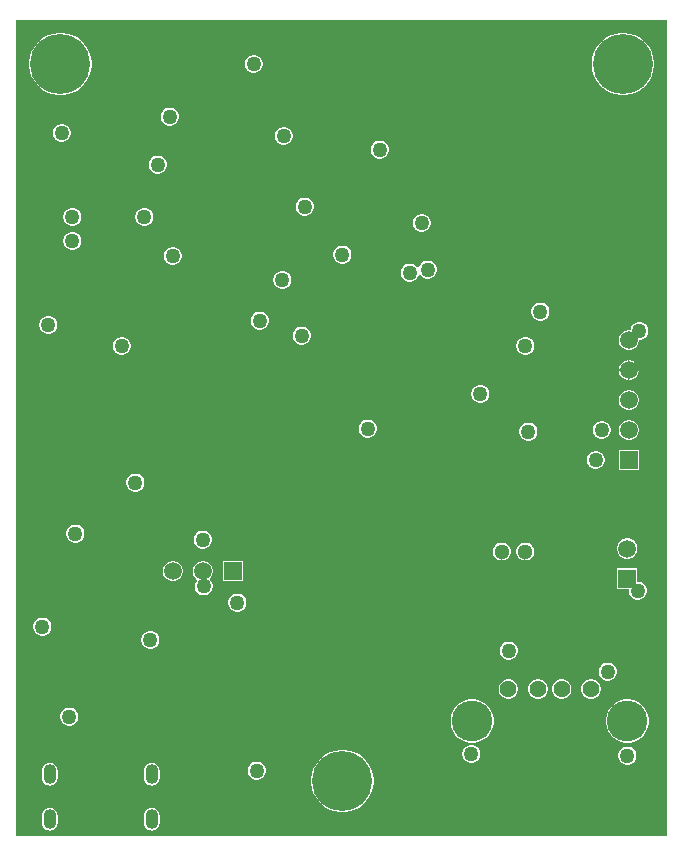
<source format=gbr>
G04*
G04 #@! TF.GenerationSoftware,Altium Limited,Altium Designer,25.2.1 (25)*
G04*
G04 Layer_Physical_Order=2*
G04 Layer_Color=36540*
%FSLAX25Y25*%
%MOIN*%
G70*
G04*
G04 #@! TF.SameCoordinates,CDFB58AD-87DA-4B59-9970-4E5CFD4F10CE*
G04*
G04*
G04 #@! TF.FilePolarity,Positive*
G04*
G01*
G75*
G04:AMPARAMS|DCode=60|XSize=43.31mil|YSize=66.93mil|CornerRadius=21.65mil|HoleSize=0mil|Usage=FLASHONLY|Rotation=0.000|XOffset=0mil|YOffset=0mil|HoleType=Round|Shape=RoundedRectangle|*
%AMROUNDEDRECTD60*
21,1,0.04331,0.02362,0,0,0.0*
21,1,0.00000,0.06693,0,0,0.0*
1,1,0.04331,0.00000,-0.01181*
1,1,0.04331,0.00000,-0.01181*
1,1,0.04331,0.00000,0.01181*
1,1,0.04331,0.00000,0.01181*
%
%ADD60ROUNDEDRECTD60*%
%ADD70R,0.05906X0.05906*%
%ADD71C,0.05906*%
%ADD72C,0.13583*%
%ADD73C,0.05634*%
%ADD74C,0.20000*%
%ADD75R,0.05906X0.05906*%
%ADD76C,0.05118*%
%ADD77C,0.05000*%
G36*
X699199Y108155D02*
X698845Y107801D01*
X696929Y107801D01*
X696929Y107801D01*
X695929Y107801D01*
X695929Y107801D01*
X482301Y107801D01*
X482301Y379699D01*
X699199Y379699D01*
X699199Y108155D01*
D02*
G37*
%LPC*%
G36*
X561895Y368000D02*
X561105D01*
X560342Y367796D01*
X559658Y367401D01*
X559099Y366842D01*
X558704Y366158D01*
X558500Y365395D01*
Y364605D01*
X558704Y363842D01*
X559099Y363158D01*
X559658Y362599D01*
X560342Y362204D01*
X561105Y362000D01*
X561895D01*
X562658Y362204D01*
X563342Y362599D01*
X563901Y363158D01*
X564296Y363842D01*
X564500Y364605D01*
Y365395D01*
X564296Y366158D01*
X563901Y366842D01*
X563342Y367401D01*
X562658Y367796D01*
X561895Y368000D01*
D02*
G37*
G36*
X685319Y375400D02*
X683681D01*
X682065Y375144D01*
X680508Y374638D01*
X679049Y373895D01*
X677725Y372933D01*
X676567Y371775D01*
X675605Y370451D01*
X674862Y368992D01*
X674356Y367435D01*
X674100Y365819D01*
Y364181D01*
X674356Y362565D01*
X674862Y361008D01*
X675605Y359549D01*
X676567Y358225D01*
X677725Y357067D01*
X679049Y356105D01*
X680508Y355362D01*
X682065Y354856D01*
X683681Y354600D01*
X685319D01*
X686935Y354856D01*
X688492Y355362D01*
X689951Y356105D01*
X691275Y357067D01*
X692433Y358225D01*
X693395Y359549D01*
X694138Y361008D01*
X694644Y362565D01*
X694900Y364181D01*
Y365819D01*
X694644Y367435D01*
X694138Y368992D01*
X693395Y370451D01*
X692433Y371775D01*
X691275Y372933D01*
X689951Y373895D01*
X688492Y374638D01*
X686935Y375144D01*
X685319Y375400D01*
D02*
G37*
G36*
X497819D02*
X496181D01*
X494565Y375144D01*
X493008Y374638D01*
X491549Y373895D01*
X490225Y372933D01*
X489067Y371775D01*
X488105Y370451D01*
X487362Y368992D01*
X486856Y367435D01*
X486600Y365819D01*
Y364181D01*
X486856Y362565D01*
X487362Y361008D01*
X488105Y359549D01*
X489067Y358225D01*
X490225Y357067D01*
X491549Y356105D01*
X493008Y355362D01*
X494565Y354856D01*
X496181Y354600D01*
X497819D01*
X499435Y354856D01*
X500992Y355362D01*
X502451Y356105D01*
X503775Y357067D01*
X504933Y358225D01*
X505895Y359549D01*
X506638Y361008D01*
X507144Y362565D01*
X507400Y364181D01*
Y365819D01*
X507144Y367435D01*
X506638Y368992D01*
X505895Y370451D01*
X504933Y371775D01*
X503775Y372933D01*
X502451Y373895D01*
X500992Y374638D01*
X499435Y375144D01*
X497819Y375400D01*
D02*
G37*
G36*
X533895Y350500D02*
X533105D01*
X532342Y350296D01*
X531658Y349901D01*
X531099Y349342D01*
X530704Y348658D01*
X530500Y347895D01*
Y347105D01*
X530704Y346342D01*
X531099Y345658D01*
X531658Y345099D01*
X532342Y344704D01*
X533105Y344500D01*
X533895D01*
X534658Y344704D01*
X535342Y345099D01*
X535901Y345658D01*
X536296Y346342D01*
X536500Y347105D01*
Y347895D01*
X536296Y348658D01*
X535901Y349342D01*
X535342Y349901D01*
X534658Y350296D01*
X533895Y350500D01*
D02*
G37*
G36*
X497895Y345000D02*
X497105D01*
X496342Y344796D01*
X495658Y344401D01*
X495099Y343842D01*
X494704Y343158D01*
X494500Y342395D01*
Y341605D01*
X494704Y340842D01*
X495099Y340158D01*
X495658Y339599D01*
X496342Y339204D01*
X497105Y339000D01*
X497895D01*
X498658Y339204D01*
X499342Y339599D01*
X499901Y340158D01*
X500296Y340842D01*
X500500Y341605D01*
Y342395D01*
X500296Y343158D01*
X499901Y343842D01*
X499342Y344401D01*
X498658Y344796D01*
X497895Y345000D01*
D02*
G37*
G36*
X571895Y344000D02*
X571105D01*
X570342Y343796D01*
X569658Y343401D01*
X569099Y342842D01*
X568704Y342158D01*
X568500Y341395D01*
Y340605D01*
X568704Y339842D01*
X569099Y339158D01*
X569658Y338599D01*
X570342Y338204D01*
X571105Y338000D01*
X571895D01*
X572658Y338204D01*
X573342Y338599D01*
X573901Y339158D01*
X574296Y339842D01*
X574500Y340605D01*
Y341395D01*
X574296Y342158D01*
X573901Y342842D01*
X573342Y343401D01*
X572658Y343796D01*
X571895Y344000D01*
D02*
G37*
G36*
X603895Y339500D02*
X603105D01*
X602342Y339296D01*
X601658Y338901D01*
X601099Y338342D01*
X600704Y337658D01*
X600500Y336895D01*
Y336105D01*
X600704Y335342D01*
X601099Y334658D01*
X601658Y334099D01*
X602342Y333704D01*
X603105Y333500D01*
X603895D01*
X604658Y333704D01*
X605342Y334099D01*
X605901Y334658D01*
X606296Y335342D01*
X606500Y336105D01*
Y336895D01*
X606296Y337658D01*
X605901Y338342D01*
X605342Y338901D01*
X604658Y339296D01*
X603895Y339500D01*
D02*
G37*
G36*
X529895Y334500D02*
X529105D01*
X528342Y334296D01*
X527658Y333901D01*
X527099Y333342D01*
X526704Y332658D01*
X526500Y331895D01*
Y331105D01*
X526704Y330342D01*
X527099Y329658D01*
X527658Y329099D01*
X528342Y328704D01*
X529105Y328500D01*
X529895D01*
X530658Y328704D01*
X531342Y329099D01*
X531901Y329658D01*
X532296Y330342D01*
X532500Y331105D01*
Y331895D01*
X532296Y332658D01*
X531901Y333342D01*
X531342Y333901D01*
X530658Y334296D01*
X529895Y334500D01*
D02*
G37*
G36*
X578895Y320500D02*
X578105D01*
X577342Y320296D01*
X576658Y319901D01*
X576099Y319342D01*
X575704Y318658D01*
X575500Y317895D01*
Y317105D01*
X575704Y316342D01*
X576099Y315658D01*
X576658Y315099D01*
X577342Y314704D01*
X578105Y314500D01*
X578895D01*
X579658Y314704D01*
X580342Y315099D01*
X580901Y315658D01*
X581296Y316342D01*
X581500Y317105D01*
Y317895D01*
X581296Y318658D01*
X580901Y319342D01*
X580342Y319901D01*
X579658Y320296D01*
X578895Y320500D01*
D02*
G37*
G36*
X525395Y317000D02*
X524605D01*
X523842Y316796D01*
X523158Y316401D01*
X522599Y315842D01*
X522204Y315158D01*
X522000Y314395D01*
Y313605D01*
X522204Y312842D01*
X522599Y312158D01*
X523158Y311599D01*
X523842Y311204D01*
X524605Y311000D01*
X525395D01*
X526158Y311204D01*
X526842Y311599D01*
X527401Y312158D01*
X527796Y312842D01*
X528000Y313605D01*
Y314395D01*
X527796Y315158D01*
X527401Y315842D01*
X526842Y316401D01*
X526158Y316796D01*
X525395Y317000D01*
D02*
G37*
G36*
X501395D02*
X500605D01*
X499842Y316796D01*
X499158Y316401D01*
X498599Y315842D01*
X498204Y315158D01*
X498000Y314395D01*
Y313605D01*
X498204Y312842D01*
X498599Y312158D01*
X499158Y311599D01*
X499842Y311204D01*
X500605Y311000D01*
X501395D01*
X502158Y311204D01*
X502842Y311599D01*
X503401Y312158D01*
X503796Y312842D01*
X504000Y313605D01*
Y314395D01*
X503796Y315158D01*
X503401Y315842D01*
X502842Y316401D01*
X502158Y316796D01*
X501395Y317000D01*
D02*
G37*
G36*
X617895Y315000D02*
X617105D01*
X616342Y314796D01*
X615658Y314401D01*
X615099Y313842D01*
X614704Y313158D01*
X614500Y312395D01*
Y311605D01*
X614704Y310842D01*
X615099Y310158D01*
X615658Y309599D01*
X616342Y309204D01*
X617105Y309000D01*
X617895D01*
X618658Y309204D01*
X619342Y309599D01*
X619901Y310158D01*
X620296Y310842D01*
X620500Y311605D01*
Y312395D01*
X620296Y313158D01*
X619901Y313842D01*
X619342Y314401D01*
X618658Y314796D01*
X617895Y315000D01*
D02*
G37*
G36*
X501395Y309000D02*
X500605D01*
X499842Y308796D01*
X499158Y308401D01*
X498599Y307842D01*
X498204Y307158D01*
X498000Y306395D01*
Y305605D01*
X498204Y304842D01*
X498599Y304158D01*
X499158Y303599D01*
X499842Y303204D01*
X500605Y303000D01*
X501395D01*
X502158Y303204D01*
X502842Y303599D01*
X503401Y304158D01*
X503796Y304842D01*
X504000Y305605D01*
Y306395D01*
X503796Y307158D01*
X503401Y307842D01*
X502842Y308401D01*
X502158Y308796D01*
X501395Y309000D01*
D02*
G37*
G36*
X591395Y304500D02*
X590605D01*
X589842Y304296D01*
X589158Y303901D01*
X588599Y303342D01*
X588204Y302658D01*
X588000Y301895D01*
Y301105D01*
X588204Y300342D01*
X588599Y299658D01*
X589158Y299099D01*
X589842Y298704D01*
X590605Y298500D01*
X591395D01*
X592158Y298704D01*
X592842Y299099D01*
X593401Y299658D01*
X593796Y300342D01*
X594000Y301105D01*
Y301895D01*
X593796Y302658D01*
X593401Y303342D01*
X592842Y303901D01*
X592158Y304296D01*
X591395Y304500D01*
D02*
G37*
G36*
X534895Y304000D02*
X534105D01*
X533342Y303796D01*
X532658Y303401D01*
X532099Y302842D01*
X531704Y302158D01*
X531500Y301395D01*
Y300605D01*
X531704Y299842D01*
X532099Y299158D01*
X532658Y298599D01*
X533342Y298204D01*
X534105Y298000D01*
X534895D01*
X535658Y298204D01*
X536342Y298599D01*
X536901Y299158D01*
X537296Y299842D01*
X537500Y300605D01*
Y301395D01*
X537296Y302158D01*
X536901Y302842D01*
X536342Y303401D01*
X535658Y303796D01*
X534895Y304000D01*
D02*
G37*
G36*
X619895Y299500D02*
X619105D01*
X618342Y299296D01*
X617658Y298901D01*
X617099Y298342D01*
X616704Y297658D01*
X616575Y297174D01*
X616038Y297104D01*
X615901Y297342D01*
X615342Y297901D01*
X614658Y298296D01*
X613895Y298500D01*
X613105D01*
X612342Y298296D01*
X611658Y297901D01*
X611099Y297342D01*
X610704Y296658D01*
X610500Y295895D01*
Y295105D01*
X610704Y294342D01*
X611099Y293658D01*
X611658Y293099D01*
X612342Y292704D01*
X613105Y292500D01*
X613895D01*
X614658Y292704D01*
X615342Y293099D01*
X615901Y293658D01*
X616296Y294342D01*
X616425Y294826D01*
X616962Y294896D01*
X617099Y294658D01*
X617658Y294099D01*
X618342Y293704D01*
X619105Y293500D01*
X619895D01*
X620658Y293704D01*
X621342Y294099D01*
X621901Y294658D01*
X622296Y295342D01*
X622500Y296105D01*
Y296895D01*
X622296Y297658D01*
X621901Y298342D01*
X621342Y298901D01*
X620658Y299296D01*
X619895Y299500D01*
D02*
G37*
G36*
X571395Y296000D02*
X570605D01*
X569842Y295796D01*
X569158Y295401D01*
X568599Y294842D01*
X568204Y294158D01*
X568000Y293395D01*
Y292605D01*
X568204Y291842D01*
X568599Y291158D01*
X569158Y290599D01*
X569842Y290204D01*
X570605Y290000D01*
X571395D01*
X572158Y290204D01*
X572842Y290599D01*
X573401Y291158D01*
X573796Y291842D01*
X574000Y292605D01*
Y293395D01*
X573796Y294158D01*
X573401Y294842D01*
X572842Y295401D01*
X572158Y295796D01*
X571395Y296000D01*
D02*
G37*
G36*
X657395Y285500D02*
X656605D01*
X655842Y285296D01*
X655158Y284901D01*
X654599Y284342D01*
X654204Y283658D01*
X654000Y282895D01*
Y282105D01*
X654204Y281342D01*
X654599Y280658D01*
X655158Y280099D01*
X655842Y279704D01*
X656605Y279500D01*
X657395D01*
X658158Y279704D01*
X658842Y280099D01*
X659401Y280658D01*
X659796Y281342D01*
X660000Y282105D01*
Y282895D01*
X659796Y283658D01*
X659401Y284342D01*
X658842Y284901D01*
X658158Y285296D01*
X657395Y285500D01*
D02*
G37*
G36*
X563895Y282500D02*
X563105D01*
X562342Y282296D01*
X561658Y281901D01*
X561099Y281342D01*
X560704Y280658D01*
X560500Y279895D01*
Y279105D01*
X560704Y278342D01*
X561099Y277658D01*
X561658Y277099D01*
X562342Y276704D01*
X563105Y276500D01*
X563895D01*
X564658Y276704D01*
X565342Y277099D01*
X565901Y277658D01*
X566296Y278342D01*
X566500Y279105D01*
Y279895D01*
X566296Y280658D01*
X565901Y281342D01*
X565342Y281901D01*
X564658Y282296D01*
X563895Y282500D01*
D02*
G37*
G36*
X493395Y281000D02*
X492605D01*
X491842Y280796D01*
X491158Y280401D01*
X490599Y279842D01*
X490204Y279158D01*
X490000Y278395D01*
Y277605D01*
X490204Y276842D01*
X490599Y276158D01*
X491158Y275599D01*
X491842Y275204D01*
X492605Y275000D01*
X493395D01*
X494158Y275204D01*
X494842Y275599D01*
X495401Y276158D01*
X495796Y276842D01*
X496000Y277605D01*
Y278395D01*
X495796Y279158D01*
X495401Y279842D01*
X494842Y280401D01*
X494158Y280796D01*
X493395Y281000D01*
D02*
G37*
G36*
X577895Y277500D02*
X577105D01*
X576342Y277296D01*
X575658Y276901D01*
X575099Y276342D01*
X574704Y275658D01*
X574500Y274895D01*
Y274105D01*
X574704Y273342D01*
X575099Y272658D01*
X575658Y272099D01*
X576342Y271704D01*
X577105Y271500D01*
X577895D01*
X578658Y271704D01*
X579342Y272099D01*
X579901Y272658D01*
X580296Y273342D01*
X580500Y274105D01*
Y274895D01*
X580296Y275658D01*
X579901Y276342D01*
X579342Y276901D01*
X578658Y277296D01*
X577895Y277500D01*
D02*
G37*
G36*
X690395Y279000D02*
X689605D01*
X688842Y278796D01*
X688158Y278401D01*
X687599Y277842D01*
X687204Y277158D01*
X687115Y276824D01*
X686941Y276353D01*
X686059D01*
X685206Y276124D01*
X684441Y275683D01*
X683817Y275059D01*
X683376Y274294D01*
X683147Y273441D01*
Y272559D01*
X683376Y271706D01*
X683817Y270941D01*
X684441Y270317D01*
X685206Y269876D01*
X686059Y269647D01*
X686941D01*
X687794Y269876D01*
X688559Y270317D01*
X689183Y270941D01*
X689624Y271706D01*
X689853Y272559D01*
Y273000D01*
X690395D01*
X691158Y273204D01*
X691842Y273599D01*
X692401Y274158D01*
X692796Y274842D01*
X693000Y275605D01*
Y276395D01*
X692796Y277158D01*
X692401Y277842D01*
X691842Y278401D01*
X691158Y278796D01*
X690395Y279000D01*
D02*
G37*
G36*
X652395Y274000D02*
X651605D01*
X650842Y273796D01*
X650158Y273401D01*
X649599Y272842D01*
X649204Y272158D01*
X649000Y271395D01*
Y270605D01*
X649204Y269842D01*
X649599Y269158D01*
X650158Y268599D01*
X650842Y268204D01*
X651605Y268000D01*
X652395D01*
X653158Y268204D01*
X653842Y268599D01*
X654401Y269158D01*
X654796Y269842D01*
X655000Y270605D01*
Y271395D01*
X654796Y272158D01*
X654401Y272842D01*
X653842Y273401D01*
X653158Y273796D01*
X652395Y274000D01*
D02*
G37*
G36*
X517895D02*
X517105D01*
X516342Y273796D01*
X515658Y273401D01*
X515099Y272842D01*
X514704Y272158D01*
X514500Y271395D01*
Y270605D01*
X514704Y269842D01*
X515099Y269158D01*
X515658Y268599D01*
X516342Y268204D01*
X517105Y268000D01*
X517895D01*
X518658Y268204D01*
X519342Y268599D01*
X519901Y269158D01*
X520296Y269842D01*
X520500Y270605D01*
Y271395D01*
X520296Y272158D01*
X519901Y272842D01*
X519342Y273401D01*
X518658Y273796D01*
X517895Y274000D01*
D02*
G37*
G36*
X686941Y266353D02*
X686700D01*
Y263200D01*
X689853D01*
Y263441D01*
X689624Y264294D01*
X689183Y265059D01*
X688559Y265683D01*
X687794Y266124D01*
X686941Y266353D01*
D02*
G37*
G36*
X686300D02*
X686059D01*
X685206Y266124D01*
X684441Y265683D01*
X683817Y265059D01*
X683376Y264294D01*
X683147Y263441D01*
Y263200D01*
X686300D01*
Y266353D01*
D02*
G37*
G36*
X689853Y262800D02*
X686700D01*
Y259647D01*
X686941D01*
X687794Y259876D01*
X688559Y260317D01*
X689183Y260941D01*
X689624Y261706D01*
X689853Y262559D01*
Y262800D01*
D02*
G37*
G36*
X686300D02*
X683147D01*
Y262559D01*
X683376Y261706D01*
X683817Y260941D01*
X684441Y260317D01*
X685206Y259876D01*
X686059Y259647D01*
X686300D01*
Y262800D01*
D02*
G37*
G36*
X637395Y258000D02*
X636605D01*
X635842Y257796D01*
X635158Y257401D01*
X634599Y256842D01*
X634204Y256158D01*
X634000Y255395D01*
Y254605D01*
X634204Y253842D01*
X634599Y253158D01*
X635158Y252599D01*
X635842Y252204D01*
X636605Y252000D01*
X637395D01*
X638158Y252204D01*
X638842Y252599D01*
X639401Y253158D01*
X639796Y253842D01*
X640000Y254605D01*
Y255395D01*
X639796Y256158D01*
X639401Y256842D01*
X638842Y257401D01*
X638158Y257796D01*
X637395Y258000D01*
D02*
G37*
G36*
X686941Y256353D02*
X686059D01*
X685206Y256124D01*
X684441Y255683D01*
X683817Y255059D01*
X683376Y254294D01*
X683147Y253441D01*
Y252559D01*
X683376Y251706D01*
X683817Y250941D01*
X684441Y250317D01*
X685206Y249876D01*
X686059Y249647D01*
X686941D01*
X687794Y249876D01*
X688559Y250317D01*
X689183Y250941D01*
X689624Y251706D01*
X689853Y252559D01*
Y253441D01*
X689624Y254294D01*
X689183Y255059D01*
X688559Y255683D01*
X687794Y256124D01*
X686941Y256353D01*
D02*
G37*
G36*
X599895Y246500D02*
X599105D01*
X598342Y246296D01*
X597658Y245901D01*
X597099Y245342D01*
X596704Y244658D01*
X596500Y243895D01*
Y243105D01*
X596704Y242342D01*
X597099Y241658D01*
X597658Y241099D01*
X598342Y240704D01*
X599105Y240500D01*
X599895D01*
X600658Y240704D01*
X601342Y241099D01*
X601901Y241658D01*
X602296Y242342D01*
X602500Y243105D01*
Y243895D01*
X602296Y244658D01*
X601901Y245342D01*
X601342Y245901D01*
X600658Y246296D01*
X599895Y246500D01*
D02*
G37*
G36*
X677895Y246000D02*
X677105D01*
X676342Y245796D01*
X675658Y245401D01*
X675099Y244842D01*
X674704Y244158D01*
X674500Y243395D01*
Y242605D01*
X674704Y241842D01*
X675099Y241158D01*
X675658Y240599D01*
X676342Y240204D01*
X677105Y240000D01*
X677895D01*
X678658Y240204D01*
X679342Y240599D01*
X679901Y241158D01*
X680296Y241842D01*
X680500Y242605D01*
Y243395D01*
X680296Y244158D01*
X679901Y244842D01*
X679342Y245401D01*
X678658Y245796D01*
X677895Y246000D01*
D02*
G37*
G36*
X686941Y246353D02*
X686059D01*
X685206Y246124D01*
X684441Y245683D01*
X683817Y245059D01*
X683376Y244294D01*
X683147Y243441D01*
Y242559D01*
X683376Y241706D01*
X683817Y240941D01*
X684441Y240317D01*
X685206Y239876D01*
X686059Y239647D01*
X686941D01*
X687794Y239876D01*
X688559Y240317D01*
X689183Y240941D01*
X689624Y241706D01*
X689853Y242559D01*
Y243441D01*
X689624Y244294D01*
X689183Y245059D01*
X688559Y245683D01*
X687794Y246124D01*
X686941Y246353D01*
D02*
G37*
G36*
X653395Y245500D02*
X652605D01*
X651842Y245296D01*
X651158Y244901D01*
X650599Y244342D01*
X650204Y243658D01*
X650000Y242895D01*
Y242105D01*
X650204Y241342D01*
X650599Y240658D01*
X651158Y240099D01*
X651842Y239704D01*
X652605Y239500D01*
X653395D01*
X654158Y239704D01*
X654842Y240099D01*
X655401Y240658D01*
X655796Y241342D01*
X656000Y242105D01*
Y242895D01*
X655796Y243658D01*
X655401Y244342D01*
X654842Y244901D01*
X654158Y245296D01*
X653395Y245500D01*
D02*
G37*
G36*
X675895Y236000D02*
X675105D01*
X674342Y235796D01*
X673658Y235401D01*
X673099Y234842D01*
X672704Y234158D01*
X672500Y233395D01*
Y232605D01*
X672704Y231842D01*
X673099Y231158D01*
X673658Y230599D01*
X674342Y230204D01*
X675105Y230000D01*
X675895D01*
X676658Y230204D01*
X677342Y230599D01*
X677901Y231158D01*
X678296Y231842D01*
X678500Y232605D01*
Y233395D01*
X678296Y234158D01*
X677901Y234842D01*
X677342Y235401D01*
X676658Y235796D01*
X675895Y236000D01*
D02*
G37*
G36*
X689853Y236353D02*
X683147D01*
Y229647D01*
X689853D01*
Y236353D01*
D02*
G37*
G36*
X522395Y228500D02*
X521605D01*
X520842Y228296D01*
X520158Y227901D01*
X519599Y227342D01*
X519204Y226658D01*
X519000Y225895D01*
Y225105D01*
X519204Y224342D01*
X519599Y223658D01*
X520158Y223099D01*
X520842Y222704D01*
X521605Y222500D01*
X522395D01*
X523158Y222704D01*
X523842Y223099D01*
X524401Y223658D01*
X524796Y224342D01*
X525000Y225105D01*
Y225895D01*
X524796Y226658D01*
X524401Y227342D01*
X523842Y227901D01*
X523158Y228296D01*
X522395Y228500D01*
D02*
G37*
G36*
X502395Y211500D02*
X501605D01*
X500842Y211296D01*
X500158Y210901D01*
X499599Y210342D01*
X499204Y209658D01*
X499000Y208895D01*
Y208105D01*
X499204Y207342D01*
X499599Y206658D01*
X500158Y206099D01*
X500842Y205704D01*
X501605Y205500D01*
X502395D01*
X503158Y205704D01*
X503842Y206099D01*
X504401Y206658D01*
X504796Y207342D01*
X505000Y208105D01*
Y208895D01*
X504796Y209658D01*
X504401Y210342D01*
X503842Y210901D01*
X503158Y211296D01*
X502395Y211500D01*
D02*
G37*
G36*
X544895Y209500D02*
X544105D01*
X543342Y209296D01*
X542658Y208901D01*
X542099Y208342D01*
X541704Y207658D01*
X541500Y206895D01*
Y206105D01*
X541704Y205342D01*
X542099Y204658D01*
X542658Y204099D01*
X543342Y203704D01*
X544105Y203500D01*
X544895D01*
X545658Y203704D01*
X546342Y204099D01*
X546901Y204658D01*
X547296Y205342D01*
X547500Y206105D01*
Y206895D01*
X547296Y207658D01*
X546901Y208342D01*
X546342Y208901D01*
X545658Y209296D01*
X544895Y209500D01*
D02*
G37*
G36*
X686441Y206853D02*
X685559D01*
X684706Y206624D01*
X683941Y206183D01*
X683317Y205559D01*
X682876Y204794D01*
X682647Y203941D01*
Y203059D01*
X682876Y202206D01*
X683317Y201441D01*
X683941Y200817D01*
X684706Y200376D01*
X685559Y200147D01*
X686441D01*
X687294Y200376D01*
X688059Y200817D01*
X688683Y201441D01*
X689124Y202206D01*
X689353Y203059D01*
Y203941D01*
X689124Y204794D01*
X688683Y205559D01*
X688059Y206183D01*
X687294Y206624D01*
X686441Y206853D01*
D02*
G37*
G36*
X652390Y205459D02*
X651610D01*
X650858Y205257D01*
X650183Y204868D01*
X649632Y204317D01*
X649243Y203642D01*
X649041Y202890D01*
Y202110D01*
X649243Y201358D01*
X649632Y200683D01*
X650183Y200132D01*
X650858Y199743D01*
X651610Y199541D01*
X652390D01*
X653142Y199743D01*
X653817Y200132D01*
X654368Y200683D01*
X654757Y201358D01*
X654959Y202110D01*
Y202890D01*
X654757Y203642D01*
X654368Y204317D01*
X653817Y204868D01*
X653142Y205257D01*
X652390Y205459D01*
D02*
G37*
G36*
X644516D02*
X643736D01*
X642984Y205257D01*
X642309Y204868D01*
X641758Y204317D01*
X641369Y203642D01*
X641167Y202890D01*
Y202110D01*
X641369Y201358D01*
X641758Y200683D01*
X642309Y200132D01*
X642984Y199743D01*
X643736Y199541D01*
X644516D01*
X645268Y199743D01*
X645943Y200132D01*
X646494Y200683D01*
X646883Y201358D01*
X647085Y202110D01*
Y202890D01*
X646883Y203642D01*
X646494Y204317D01*
X645943Y204868D01*
X645268Y205257D01*
X644516Y205459D01*
D02*
G37*
G36*
X557853Y199353D02*
X551147D01*
Y192647D01*
X557853D01*
Y199353D01*
D02*
G37*
G36*
X534941D02*
X534059D01*
X533206Y199124D01*
X532441Y198683D01*
X531817Y198059D01*
X531376Y197294D01*
X531147Y196441D01*
Y195559D01*
X531376Y194706D01*
X531817Y193941D01*
X532441Y193317D01*
X533206Y192876D01*
X534059Y192647D01*
X534941D01*
X535794Y192876D01*
X536559Y193317D01*
X537183Y193941D01*
X537624Y194706D01*
X537853Y195559D01*
Y196441D01*
X537624Y197294D01*
X537183Y198059D01*
X536559Y198683D01*
X535794Y199124D01*
X534941Y199353D01*
D02*
G37*
G36*
X544941D02*
X544059D01*
X543206Y199124D01*
X542441Y198683D01*
X541817Y198059D01*
X541376Y197294D01*
X541147Y196441D01*
Y195559D01*
X541376Y194706D01*
X541817Y193941D01*
X542345Y193414D01*
X542464Y192827D01*
X542394Y192756D01*
X541999Y192072D01*
X541795Y191309D01*
Y190519D01*
X541999Y189756D01*
X542394Y189072D01*
X542953Y188514D01*
X543637Y188119D01*
X544400Y187914D01*
X545190D01*
X545953Y188119D01*
X546637Y188514D01*
X547195Y189072D01*
X547590Y189756D01*
X547795Y190519D01*
Y191309D01*
X547590Y192072D01*
X547195Y192756D01*
X546950Y193001D01*
X546934Y193692D01*
X547183Y193941D01*
X547624Y194706D01*
X547853Y195559D01*
Y196441D01*
X547624Y197294D01*
X547183Y198059D01*
X546559Y198683D01*
X545794Y199124D01*
X544941Y199353D01*
D02*
G37*
G36*
X689353Y196853D02*
X682647D01*
Y190147D01*
X686306D01*
X686500Y189895D01*
Y189105D01*
X686704Y188342D01*
X687099Y187658D01*
X687658Y187099D01*
X688342Y186704D01*
X689105Y186500D01*
X689895D01*
X690658Y186704D01*
X691342Y187099D01*
X691901Y187658D01*
X692296Y188342D01*
X692500Y189105D01*
Y189895D01*
X692296Y190658D01*
X691901Y191342D01*
X691342Y191901D01*
X690658Y192296D01*
X689895Y192500D01*
X689353D01*
Y196853D01*
D02*
G37*
G36*
X556395Y188500D02*
X555605D01*
X554842Y188296D01*
X554158Y187901D01*
X553599Y187342D01*
X553204Y186658D01*
X553000Y185895D01*
Y185105D01*
X553204Y184342D01*
X553599Y183658D01*
X554158Y183099D01*
X554842Y182704D01*
X555605Y182500D01*
X556395D01*
X557158Y182704D01*
X557842Y183099D01*
X558401Y183658D01*
X558796Y184342D01*
X559000Y185105D01*
Y185895D01*
X558796Y186658D01*
X558401Y187342D01*
X557842Y187901D01*
X557158Y188296D01*
X556395Y188500D01*
D02*
G37*
G36*
X491395Y180500D02*
X490605D01*
X489842Y180296D01*
X489158Y179901D01*
X488599Y179342D01*
X488204Y178658D01*
X488000Y177895D01*
Y177105D01*
X488204Y176342D01*
X488599Y175658D01*
X489158Y175099D01*
X489842Y174704D01*
X490605Y174500D01*
X491395D01*
X492158Y174704D01*
X492842Y175099D01*
X493401Y175658D01*
X493796Y176342D01*
X494000Y177105D01*
Y177895D01*
X493796Y178658D01*
X493401Y179342D01*
X492842Y179901D01*
X492158Y180296D01*
X491395Y180500D01*
D02*
G37*
G36*
X527395Y176000D02*
X526605D01*
X525842Y175796D01*
X525158Y175401D01*
X524599Y174842D01*
X524204Y174158D01*
X524000Y173395D01*
Y172605D01*
X524204Y171842D01*
X524599Y171158D01*
X525158Y170599D01*
X525842Y170204D01*
X526605Y170000D01*
X527395D01*
X528158Y170204D01*
X528842Y170599D01*
X529401Y171158D01*
X529796Y171842D01*
X530000Y172605D01*
Y173395D01*
X529796Y174158D01*
X529401Y174842D01*
X528842Y175401D01*
X528158Y175796D01*
X527395Y176000D01*
D02*
G37*
G36*
X646895Y172500D02*
X646105D01*
X645342Y172296D01*
X644658Y171901D01*
X644099Y171342D01*
X643704Y170658D01*
X643500Y169895D01*
Y169105D01*
X643704Y168342D01*
X644099Y167658D01*
X644658Y167099D01*
X645342Y166704D01*
X646105Y166500D01*
X646895D01*
X647658Y166704D01*
X648342Y167099D01*
X648901Y167658D01*
X649296Y168342D01*
X649500Y169105D01*
Y169895D01*
X649296Y170658D01*
X648901Y171342D01*
X648342Y171901D01*
X647658Y172296D01*
X646895Y172500D01*
D02*
G37*
G36*
X679895Y165500D02*
X679105D01*
X678342Y165296D01*
X677658Y164901D01*
X677099Y164342D01*
X676704Y163658D01*
X676500Y162895D01*
Y162105D01*
X676704Y161342D01*
X677099Y160658D01*
X677658Y160099D01*
X678342Y159704D01*
X679105Y159500D01*
X679895D01*
X680658Y159704D01*
X681342Y160099D01*
X681901Y160658D01*
X682296Y161342D01*
X682500Y162105D01*
Y162895D01*
X682296Y163658D01*
X681901Y164342D01*
X681342Y164901D01*
X680658Y165296D01*
X679895Y165500D01*
D02*
G37*
G36*
X674337Y159886D02*
X673490D01*
X672672Y159667D01*
X671938Y159244D01*
X671339Y158644D01*
X670916Y157911D01*
X670696Y157093D01*
Y156246D01*
X670916Y155428D01*
X671339Y154694D01*
X671938Y154095D01*
X672672Y153672D01*
X673490Y153452D01*
X674337D01*
X675155Y153672D01*
X675889Y154095D01*
X676488Y154694D01*
X676911Y155428D01*
X677130Y156246D01*
Y157093D01*
X676911Y157911D01*
X676488Y158644D01*
X675889Y159244D01*
X675155Y159667D01*
X674337Y159886D01*
D02*
G37*
G36*
X664494D02*
X663647D01*
X662829Y159667D01*
X662096Y159244D01*
X661497Y158644D01*
X661073Y157911D01*
X660854Y157093D01*
Y156246D01*
X661073Y155428D01*
X661497Y154694D01*
X662096Y154095D01*
X662829Y153672D01*
X663647Y153452D01*
X664494D01*
X665313Y153672D01*
X666046Y154095D01*
X666645Y154694D01*
X667069Y155428D01*
X667288Y156246D01*
Y157093D01*
X667069Y157911D01*
X666645Y158644D01*
X666046Y159244D01*
X665313Y159667D01*
X664494Y159886D01*
D02*
G37*
G36*
X656620D02*
X655773D01*
X654955Y159667D01*
X654222Y159244D01*
X653623Y158644D01*
X653199Y157911D01*
X652980Y157093D01*
Y156246D01*
X653199Y155428D01*
X653623Y154694D01*
X654222Y154095D01*
X654955Y153672D01*
X655773Y153452D01*
X656620D01*
X657439Y153672D01*
X658172Y154095D01*
X658771Y154694D01*
X659195Y155428D01*
X659414Y156246D01*
Y157093D01*
X659195Y157911D01*
X658771Y158644D01*
X658172Y159244D01*
X657439Y159667D01*
X656620Y159886D01*
D02*
G37*
G36*
X646778D02*
X645931D01*
X645113Y159667D01*
X644379Y159244D01*
X643780Y158644D01*
X643357Y157911D01*
X643137Y157093D01*
Y156246D01*
X643357Y155428D01*
X643780Y154694D01*
X644379Y154095D01*
X645113Y153672D01*
X645931Y153452D01*
X646778D01*
X647596Y153672D01*
X648330Y154095D01*
X648928Y154694D01*
X649352Y155428D01*
X649571Y156246D01*
Y157093D01*
X649352Y157911D01*
X648928Y158644D01*
X648330Y159244D01*
X647596Y159667D01*
X646778Y159886D01*
D02*
G37*
G36*
X500346Y150451D02*
X499556D01*
X498793Y150246D01*
X498109Y149851D01*
X497550Y149293D01*
X497155Y148609D01*
X496951Y147846D01*
Y147056D01*
X497155Y146293D01*
X497550Y145609D01*
X498109Y145050D01*
X498793Y144655D01*
X499556Y144451D01*
X500346D01*
X501109Y144655D01*
X501793Y145050D01*
X502351Y145609D01*
X502746Y146293D01*
X502951Y147056D01*
Y147846D01*
X502746Y148609D01*
X502351Y149293D01*
X501793Y149851D01*
X501109Y150246D01*
X500346Y150451D01*
D02*
G37*
G36*
X686708Y153191D02*
X685292D01*
X683902Y152915D01*
X682594Y152373D01*
X681416Y151586D01*
X680414Y150584D01*
X679627Y149406D01*
X679085Y148098D01*
X678809Y146708D01*
Y145292D01*
X679085Y143902D01*
X679627Y142594D01*
X680414Y141416D01*
X681416Y140414D01*
X682594Y139627D01*
X683902Y139085D01*
X685292Y138809D01*
X686708D01*
X688098Y139085D01*
X689406Y139627D01*
X690584Y140414D01*
X691586Y141416D01*
X692373Y142594D01*
X692915Y143902D01*
X693191Y145292D01*
Y146708D01*
X692915Y148098D01*
X692373Y149406D01*
X691586Y150584D01*
X690584Y151586D01*
X689406Y152373D01*
X688098Y152915D01*
X686708Y153191D01*
D02*
G37*
G36*
X634976D02*
X633559D01*
X632170Y152915D01*
X630861Y152373D01*
X629683Y151586D01*
X628682Y150584D01*
X627895Y149406D01*
X627353Y148098D01*
X627076Y146708D01*
Y145292D01*
X627353Y143902D01*
X627895Y142594D01*
X628682Y141416D01*
X629683Y140414D01*
X630861Y139627D01*
X632170Y139085D01*
X633559Y138809D01*
X634976D01*
X636365Y139085D01*
X637674Y139627D01*
X638852Y140414D01*
X639854Y141416D01*
X640641Y142594D01*
X641183Y143902D01*
X641459Y145292D01*
Y146708D01*
X641183Y148098D01*
X640641Y149406D01*
X639854Y150584D01*
X638852Y151586D01*
X637674Y152373D01*
X636365Y152915D01*
X634976Y153191D01*
D02*
G37*
G36*
X634395Y138000D02*
X633605D01*
X632842Y137796D01*
X632158Y137401D01*
X631599Y136842D01*
X631204Y136158D01*
X631000Y135395D01*
Y134605D01*
X631204Y133842D01*
X631599Y133158D01*
X632158Y132599D01*
X632842Y132204D01*
X633605Y132000D01*
X634395D01*
X635158Y132204D01*
X635842Y132599D01*
X636401Y133158D01*
X636796Y133842D01*
X637000Y134605D01*
Y135395D01*
X636796Y136158D01*
X636401Y136842D01*
X635842Y137401D01*
X635158Y137796D01*
X634395Y138000D01*
D02*
G37*
G36*
X686395Y137500D02*
X685605D01*
X684842Y137296D01*
X684158Y136901D01*
X683599Y136342D01*
X683204Y135658D01*
X683000Y134895D01*
Y134105D01*
X683204Y133342D01*
X683599Y132658D01*
X684158Y132099D01*
X684842Y131704D01*
X685605Y131500D01*
X686395D01*
X687158Y131704D01*
X687842Y132099D01*
X688401Y132658D01*
X688796Y133342D01*
X689000Y134105D01*
Y134895D01*
X688796Y135658D01*
X688401Y136342D01*
X687842Y136901D01*
X687158Y137296D01*
X686395Y137500D01*
D02*
G37*
G36*
X562895Y132500D02*
X562105D01*
X561342Y132296D01*
X560658Y131901D01*
X560099Y131342D01*
X559704Y130658D01*
X559500Y129895D01*
Y129105D01*
X559704Y128342D01*
X560099Y127658D01*
X560658Y127099D01*
X561342Y126704D01*
X562105Y126500D01*
X562895D01*
X563658Y126704D01*
X564342Y127099D01*
X564901Y127658D01*
X565296Y128342D01*
X565500Y129105D01*
Y129895D01*
X565296Y130658D01*
X564901Y131342D01*
X564342Y131901D01*
X563658Y132296D01*
X562895Y132500D01*
D02*
G37*
G36*
X527524Y131954D02*
X526854Y131866D01*
X526230Y131607D01*
X525694Y131196D01*
X525283Y130660D01*
X525024Y130036D01*
X524936Y129366D01*
Y127004D01*
X525024Y126334D01*
X525283Y125710D01*
X525694Y125174D01*
X526230Y124763D01*
X526854Y124505D01*
X527524Y124416D01*
X528193Y124505D01*
X528817Y124763D01*
X529353Y125174D01*
X529765Y125710D01*
X530023Y126334D01*
X530111Y127004D01*
Y129366D01*
X530023Y130036D01*
X529765Y130660D01*
X529353Y131196D01*
X528817Y131607D01*
X528193Y131866D01*
X527524Y131954D01*
D02*
G37*
G36*
X493508D02*
X492838Y131866D01*
X492214Y131607D01*
X491678Y131196D01*
X491267Y130660D01*
X491009Y130036D01*
X490920Y129366D01*
Y127004D01*
X491009Y126334D01*
X491267Y125710D01*
X491678Y125174D01*
X492214Y124763D01*
X492838Y124505D01*
X493508Y124416D01*
X494178Y124505D01*
X494802Y124763D01*
X495337Y125174D01*
X495749Y125710D01*
X496007Y126334D01*
X496095Y127004D01*
Y129366D01*
X496007Y130036D01*
X495749Y130660D01*
X495337Y131196D01*
X494802Y131607D01*
X494178Y131866D01*
X493508Y131954D01*
D02*
G37*
G36*
X591819Y136400D02*
X590181D01*
X588565Y136144D01*
X587008Y135638D01*
X585549Y134895D01*
X584225Y133933D01*
X583067Y132775D01*
X582105Y131451D01*
X581362Y129992D01*
X580856Y128435D01*
X580600Y126819D01*
Y125181D01*
X580856Y123565D01*
X581362Y122008D01*
X582105Y120549D01*
X583067Y119225D01*
X584225Y118067D01*
X585549Y117105D01*
X587008Y116362D01*
X588565Y115856D01*
X590181Y115600D01*
X591819D01*
X593435Y115856D01*
X594992Y116362D01*
X596451Y117105D01*
X597775Y118067D01*
X598933Y119225D01*
X599895Y120549D01*
X600638Y122008D01*
X601144Y123565D01*
X601400Y125181D01*
Y126819D01*
X601144Y128435D01*
X600638Y129992D01*
X599895Y131451D01*
X598933Y132775D01*
X597775Y133933D01*
X596451Y134895D01*
X594992Y135638D01*
X593435Y136144D01*
X591819Y136400D01*
D02*
G37*
G36*
X527524Y116993D02*
X526854Y116905D01*
X526230Y116646D01*
X525694Y116235D01*
X525283Y115699D01*
X525024Y115075D01*
X524936Y114406D01*
Y112043D01*
X525024Y111374D01*
X525283Y110750D01*
X525694Y110214D01*
X526230Y109802D01*
X526854Y109544D01*
X527524Y109456D01*
X528193Y109544D01*
X528817Y109802D01*
X529353Y110214D01*
X529765Y110750D01*
X530023Y111374D01*
X530111Y112043D01*
Y114406D01*
X530023Y115075D01*
X529765Y115699D01*
X529353Y116235D01*
X528817Y116646D01*
X528193Y116905D01*
X527524Y116993D01*
D02*
G37*
G36*
X493508D02*
X492838Y116905D01*
X492214Y116646D01*
X491678Y116235D01*
X491267Y115699D01*
X491009Y115075D01*
X490920Y114406D01*
Y112043D01*
X491009Y111374D01*
X491267Y110750D01*
X491678Y110214D01*
X492214Y109802D01*
X492838Y109544D01*
X493508Y109456D01*
X494178Y109544D01*
X494802Y109802D01*
X495337Y110214D01*
X495749Y110750D01*
X496007Y111374D01*
X496095Y112043D01*
Y114406D01*
X496007Y115075D01*
X495749Y115699D01*
X495337Y116235D01*
X494802Y116646D01*
X494178Y116905D01*
X493508Y116993D01*
D02*
G37*
%LPD*%
D60*
X527524Y113224D02*
D03*
X493508D02*
D03*
X527524Y128185D02*
D03*
X493508D02*
D03*
D70*
X686500Y233000D02*
D03*
X686000Y193500D02*
D03*
D71*
X686500Y243000D02*
D03*
Y253000D02*
D03*
Y263000D02*
D03*
Y273000D02*
D03*
X544500Y196000D02*
D03*
X534500D02*
D03*
X686000Y203500D02*
D03*
D72*
Y146000D02*
D03*
X634268D02*
D03*
D73*
X673913Y156669D02*
D03*
X664071D02*
D03*
X656197D02*
D03*
X646354D02*
D03*
D74*
X684500Y365000D02*
D03*
X497000D02*
D03*
X591000Y126000D02*
D03*
D75*
X554500Y196000D02*
D03*
D76*
X652000Y202500D02*
D03*
X644126D02*
D03*
D77*
X562500Y129500D02*
D03*
X690500Y265500D02*
D03*
X634000Y135000D02*
D03*
X686000Y134500D02*
D03*
X596000Y315750D02*
D03*
X591000Y301500D02*
D03*
X571000Y293000D02*
D03*
X619500Y296500D02*
D03*
X675500Y233000D02*
D03*
X637000Y255000D02*
D03*
X646500Y169500D02*
D03*
X517500Y271000D02*
D03*
X677500Y243000D02*
D03*
X561500Y365000D02*
D03*
X563500Y279500D02*
D03*
X617500Y312000D02*
D03*
X652000Y271000D02*
D03*
X520000Y298500D02*
D03*
X638000Y327000D02*
D03*
Y338000D02*
D03*
X566500Y307000D02*
D03*
X533500Y290000D02*
D03*
X570000Y330000D02*
D03*
X540000Y232000D02*
D03*
X525000Y314000D02*
D03*
X533500Y347500D02*
D03*
X497500Y342000D02*
D03*
X501000Y306000D02*
D03*
Y314000D02*
D03*
X502000Y208500D02*
D03*
X534500Y301000D02*
D03*
X603500Y336500D02*
D03*
X577500Y274500D02*
D03*
X544795Y190914D02*
D03*
X679500Y162500D02*
D03*
X689500Y189500D02*
D03*
X690000Y276000D02*
D03*
X599500Y243500D02*
D03*
X653000Y242500D02*
D03*
X657000Y282500D02*
D03*
X613500Y295500D02*
D03*
X571500Y341000D02*
D03*
X578500Y317500D02*
D03*
X529500Y331500D02*
D03*
X493000Y278000D02*
D03*
X522000Y225500D02*
D03*
X527000Y173000D02*
D03*
X499951Y147451D02*
D03*
X544500Y206500D02*
D03*
X556000Y185500D02*
D03*
X491000Y177500D02*
D03*
M02*

</source>
